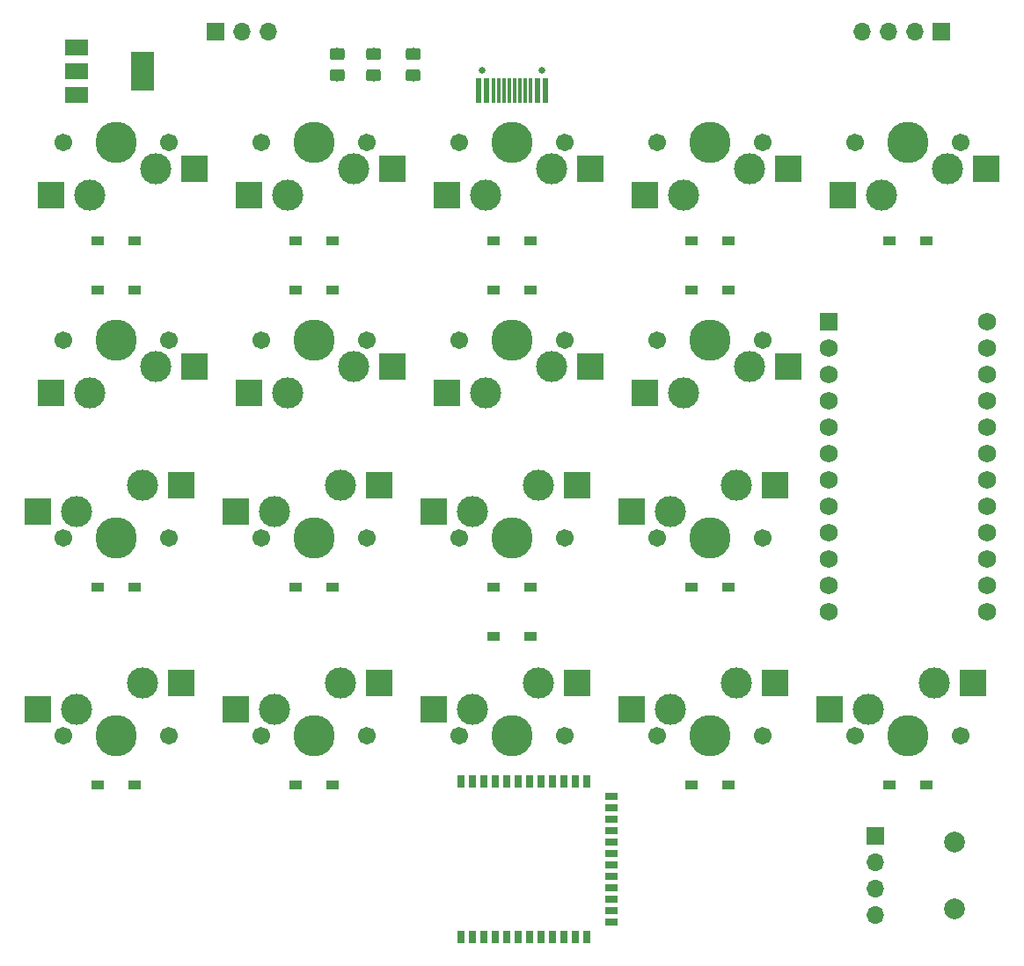
<source format=gbr>
G04 #@! TF.GenerationSoftware,KiCad,Pcbnew,(5.1.2)-2*
G04 #@! TF.CreationDate,2019-12-29T19:31:18+08:00*
G04 #@! TF.ProjectId,redox-receiver,7265646f-782d-4726-9563-65697665722e,rev?*
G04 #@! TF.SameCoordinates,Original*
G04 #@! TF.FileFunction,Soldermask,Bot*
G04 #@! TF.FilePolarity,Negative*
%FSLAX46Y46*%
G04 Gerber Fmt 4.6, Leading zero omitted, Abs format (unit mm)*
G04 Created by KiCad (PCBNEW (5.1.2)-2) date 2019-12-29 19:31:18*
%MOMM*%
%LPD*%
G04 APERTURE LIST*
%ADD10C,2.000000*%
%ADD11R,0.698500X1.198880*%
%ADD12R,1.198880X0.698500*%
%ADD13C,1.752600*%
%ADD14R,1.752600X1.752600*%
%ADD15R,0.600000X2.450000*%
%ADD16R,0.300000X2.450000*%
%ADD17C,0.650000*%
%ADD18R,2.200000X3.800000*%
%ADD19R,2.200000X1.500000*%
%ADD20O,1.700000X1.700000*%
%ADD21R,1.700000X1.700000*%
%ADD22C,0.100000*%
%ADD23C,1.150000*%
%ADD24R,2.550000X2.500000*%
%ADD25C,1.701800*%
%ADD26C,3.987800*%
%ADD27C,3.000000*%
%ADD28R,1.300000X0.950000*%
G04 APERTURE END LIST*
D10*
X166370000Y-136450000D03*
X166370000Y-142950000D03*
D11*
X129900680Y-130613920D03*
X118902480Y-130613920D03*
D12*
X133350000Y-133164080D03*
X133350000Y-134263900D03*
X133350000Y-135363720D03*
X133350000Y-136463540D03*
X133350000Y-137563360D03*
X133350000Y-138660640D03*
X133350000Y-139760460D03*
X133350000Y-140860280D03*
X133350000Y-141960100D03*
X133350000Y-143059920D03*
X133350000Y-144159740D03*
D11*
X131000500Y-145610080D03*
X129900680Y-145610080D03*
X128800860Y-145610080D03*
X127701040Y-145610080D03*
X126601220Y-145610080D03*
X125501400Y-145610080D03*
X122201940Y-145610080D03*
X121102120Y-145610080D03*
X120002300Y-145610080D03*
X118902480Y-145610080D03*
X120002300Y-130613920D03*
X121102120Y-130613920D03*
X122201940Y-130613920D03*
X123301760Y-130613920D03*
X124401580Y-130613920D03*
X125501400Y-130613920D03*
X126601220Y-130613920D03*
X127701040Y-130613920D03*
X128800860Y-130613920D03*
D12*
X133350000Y-132064260D03*
D11*
X123301760Y-145610080D03*
X124401580Y-145610080D03*
X131000500Y-130613920D03*
D13*
X169545000Y-86360000D03*
X154305000Y-114300000D03*
X169545000Y-88900000D03*
X169545000Y-91440000D03*
X169545000Y-93980000D03*
X169545000Y-96520000D03*
X169545000Y-99060000D03*
X169545000Y-101600000D03*
X169545000Y-104140000D03*
X169545000Y-106680000D03*
X169545000Y-109220000D03*
X169545000Y-111760000D03*
X169545000Y-114300000D03*
X154305000Y-111760000D03*
X154305000Y-109220000D03*
X154305000Y-106680000D03*
X154305000Y-104140000D03*
X154305000Y-101600000D03*
X154305000Y-99060000D03*
X154305000Y-96520000D03*
X154305000Y-93980000D03*
X154305000Y-91440000D03*
X154305000Y-88900000D03*
D14*
X154305000Y-86360000D03*
D15*
X127050000Y-64075000D03*
X120600000Y-64075000D03*
X126275000Y-64075000D03*
X121375000Y-64075000D03*
D16*
X122075000Y-64075000D03*
X125575000Y-64075000D03*
X122575000Y-64075000D03*
X125075000Y-64075000D03*
X123075000Y-64075000D03*
X124575000Y-64075000D03*
X124075000Y-64075000D03*
X123575000Y-64075000D03*
D17*
X126715000Y-62130000D03*
X120935000Y-62130000D03*
D18*
X88240000Y-62230000D03*
D19*
X81940000Y-64530000D03*
X81940000Y-62230000D03*
X81940000Y-59930000D03*
D20*
X100330000Y-58420000D03*
X97790000Y-58420000D03*
D21*
X95250000Y-58420000D03*
D22*
G36*
X107472505Y-62046204D02*
G01*
X107496773Y-62049804D01*
X107520572Y-62055765D01*
X107543671Y-62064030D01*
X107565850Y-62074520D01*
X107586893Y-62087132D01*
X107606599Y-62101747D01*
X107624777Y-62118223D01*
X107641253Y-62136401D01*
X107655868Y-62156107D01*
X107668480Y-62177150D01*
X107678970Y-62199329D01*
X107687235Y-62222428D01*
X107693196Y-62246227D01*
X107696796Y-62270495D01*
X107698000Y-62294999D01*
X107698000Y-62945001D01*
X107696796Y-62969505D01*
X107693196Y-62993773D01*
X107687235Y-63017572D01*
X107678970Y-63040671D01*
X107668480Y-63062850D01*
X107655868Y-63083893D01*
X107641253Y-63103599D01*
X107624777Y-63121777D01*
X107606599Y-63138253D01*
X107586893Y-63152868D01*
X107565850Y-63165480D01*
X107543671Y-63175970D01*
X107520572Y-63184235D01*
X107496773Y-63190196D01*
X107472505Y-63193796D01*
X107448001Y-63195000D01*
X106547999Y-63195000D01*
X106523495Y-63193796D01*
X106499227Y-63190196D01*
X106475428Y-63184235D01*
X106452329Y-63175970D01*
X106430150Y-63165480D01*
X106409107Y-63152868D01*
X106389401Y-63138253D01*
X106371223Y-63121777D01*
X106354747Y-63103599D01*
X106340132Y-63083893D01*
X106327520Y-63062850D01*
X106317030Y-63040671D01*
X106308765Y-63017572D01*
X106302804Y-62993773D01*
X106299204Y-62969505D01*
X106298000Y-62945001D01*
X106298000Y-62294999D01*
X106299204Y-62270495D01*
X106302804Y-62246227D01*
X106308765Y-62222428D01*
X106317030Y-62199329D01*
X106327520Y-62177150D01*
X106340132Y-62156107D01*
X106354747Y-62136401D01*
X106371223Y-62118223D01*
X106389401Y-62101747D01*
X106409107Y-62087132D01*
X106430150Y-62074520D01*
X106452329Y-62064030D01*
X106475428Y-62055765D01*
X106499227Y-62049804D01*
X106523495Y-62046204D01*
X106547999Y-62045000D01*
X107448001Y-62045000D01*
X107472505Y-62046204D01*
X107472505Y-62046204D01*
G37*
D23*
X106998000Y-62620000D03*
D22*
G36*
X107472505Y-59996204D02*
G01*
X107496773Y-59999804D01*
X107520572Y-60005765D01*
X107543671Y-60014030D01*
X107565850Y-60024520D01*
X107586893Y-60037132D01*
X107606599Y-60051747D01*
X107624777Y-60068223D01*
X107641253Y-60086401D01*
X107655868Y-60106107D01*
X107668480Y-60127150D01*
X107678970Y-60149329D01*
X107687235Y-60172428D01*
X107693196Y-60196227D01*
X107696796Y-60220495D01*
X107698000Y-60244999D01*
X107698000Y-60895001D01*
X107696796Y-60919505D01*
X107693196Y-60943773D01*
X107687235Y-60967572D01*
X107678970Y-60990671D01*
X107668480Y-61012850D01*
X107655868Y-61033893D01*
X107641253Y-61053599D01*
X107624777Y-61071777D01*
X107606599Y-61088253D01*
X107586893Y-61102868D01*
X107565850Y-61115480D01*
X107543671Y-61125970D01*
X107520572Y-61134235D01*
X107496773Y-61140196D01*
X107472505Y-61143796D01*
X107448001Y-61145000D01*
X106547999Y-61145000D01*
X106523495Y-61143796D01*
X106499227Y-61140196D01*
X106475428Y-61134235D01*
X106452329Y-61125970D01*
X106430150Y-61115480D01*
X106409107Y-61102868D01*
X106389401Y-61088253D01*
X106371223Y-61071777D01*
X106354747Y-61053599D01*
X106340132Y-61033893D01*
X106327520Y-61012850D01*
X106317030Y-60990671D01*
X106308765Y-60967572D01*
X106302804Y-60943773D01*
X106299204Y-60919505D01*
X106298000Y-60895001D01*
X106298000Y-60244999D01*
X106299204Y-60220495D01*
X106302804Y-60196227D01*
X106308765Y-60172428D01*
X106317030Y-60149329D01*
X106327520Y-60127150D01*
X106340132Y-60106107D01*
X106354747Y-60086401D01*
X106371223Y-60068223D01*
X106389401Y-60051747D01*
X106409107Y-60037132D01*
X106430150Y-60024520D01*
X106452329Y-60014030D01*
X106475428Y-60005765D01*
X106499227Y-59999804D01*
X106523495Y-59996204D01*
X106547999Y-59995000D01*
X107448001Y-59995000D01*
X107472505Y-59996204D01*
X107472505Y-59996204D01*
G37*
D23*
X106998000Y-60570000D03*
D22*
G36*
X110964505Y-62046204D02*
G01*
X110988773Y-62049804D01*
X111012572Y-62055765D01*
X111035671Y-62064030D01*
X111057850Y-62074520D01*
X111078893Y-62087132D01*
X111098599Y-62101747D01*
X111116777Y-62118223D01*
X111133253Y-62136401D01*
X111147868Y-62156107D01*
X111160480Y-62177150D01*
X111170970Y-62199329D01*
X111179235Y-62222428D01*
X111185196Y-62246227D01*
X111188796Y-62270495D01*
X111190000Y-62294999D01*
X111190000Y-62945001D01*
X111188796Y-62969505D01*
X111185196Y-62993773D01*
X111179235Y-63017572D01*
X111170970Y-63040671D01*
X111160480Y-63062850D01*
X111147868Y-63083893D01*
X111133253Y-63103599D01*
X111116777Y-63121777D01*
X111098599Y-63138253D01*
X111078893Y-63152868D01*
X111057850Y-63165480D01*
X111035671Y-63175970D01*
X111012572Y-63184235D01*
X110988773Y-63190196D01*
X110964505Y-63193796D01*
X110940001Y-63195000D01*
X110039999Y-63195000D01*
X110015495Y-63193796D01*
X109991227Y-63190196D01*
X109967428Y-63184235D01*
X109944329Y-63175970D01*
X109922150Y-63165480D01*
X109901107Y-63152868D01*
X109881401Y-63138253D01*
X109863223Y-63121777D01*
X109846747Y-63103599D01*
X109832132Y-63083893D01*
X109819520Y-63062850D01*
X109809030Y-63040671D01*
X109800765Y-63017572D01*
X109794804Y-62993773D01*
X109791204Y-62969505D01*
X109790000Y-62945001D01*
X109790000Y-62294999D01*
X109791204Y-62270495D01*
X109794804Y-62246227D01*
X109800765Y-62222428D01*
X109809030Y-62199329D01*
X109819520Y-62177150D01*
X109832132Y-62156107D01*
X109846747Y-62136401D01*
X109863223Y-62118223D01*
X109881401Y-62101747D01*
X109901107Y-62087132D01*
X109922150Y-62074520D01*
X109944329Y-62064030D01*
X109967428Y-62055765D01*
X109991227Y-62049804D01*
X110015495Y-62046204D01*
X110039999Y-62045000D01*
X110940001Y-62045000D01*
X110964505Y-62046204D01*
X110964505Y-62046204D01*
G37*
D23*
X110490000Y-62620000D03*
D22*
G36*
X110964505Y-59996204D02*
G01*
X110988773Y-59999804D01*
X111012572Y-60005765D01*
X111035671Y-60014030D01*
X111057850Y-60024520D01*
X111078893Y-60037132D01*
X111098599Y-60051747D01*
X111116777Y-60068223D01*
X111133253Y-60086401D01*
X111147868Y-60106107D01*
X111160480Y-60127150D01*
X111170970Y-60149329D01*
X111179235Y-60172428D01*
X111185196Y-60196227D01*
X111188796Y-60220495D01*
X111190000Y-60244999D01*
X111190000Y-60895001D01*
X111188796Y-60919505D01*
X111185196Y-60943773D01*
X111179235Y-60967572D01*
X111170970Y-60990671D01*
X111160480Y-61012850D01*
X111147868Y-61033893D01*
X111133253Y-61053599D01*
X111116777Y-61071777D01*
X111098599Y-61088253D01*
X111078893Y-61102868D01*
X111057850Y-61115480D01*
X111035671Y-61125970D01*
X111012572Y-61134235D01*
X110988773Y-61140196D01*
X110964505Y-61143796D01*
X110940001Y-61145000D01*
X110039999Y-61145000D01*
X110015495Y-61143796D01*
X109991227Y-61140196D01*
X109967428Y-61134235D01*
X109944329Y-61125970D01*
X109922150Y-61115480D01*
X109901107Y-61102868D01*
X109881401Y-61088253D01*
X109863223Y-61071777D01*
X109846747Y-61053599D01*
X109832132Y-61033893D01*
X109819520Y-61012850D01*
X109809030Y-60990671D01*
X109800765Y-60967572D01*
X109794804Y-60943773D01*
X109791204Y-60919505D01*
X109790000Y-60895001D01*
X109790000Y-60244999D01*
X109791204Y-60220495D01*
X109794804Y-60196227D01*
X109800765Y-60172428D01*
X109809030Y-60149329D01*
X109819520Y-60127150D01*
X109832132Y-60106107D01*
X109846747Y-60086401D01*
X109863223Y-60068223D01*
X109881401Y-60051747D01*
X109901107Y-60037132D01*
X109922150Y-60024520D01*
X109944329Y-60014030D01*
X109967428Y-60005765D01*
X109991227Y-59999804D01*
X110015495Y-59996204D01*
X110039999Y-59995000D01*
X110940001Y-59995000D01*
X110964505Y-59996204D01*
X110964505Y-59996204D01*
G37*
D23*
X110490000Y-60570000D03*
D22*
G36*
X114774505Y-62046204D02*
G01*
X114798773Y-62049804D01*
X114822572Y-62055765D01*
X114845671Y-62064030D01*
X114867850Y-62074520D01*
X114888893Y-62087132D01*
X114908599Y-62101747D01*
X114926777Y-62118223D01*
X114943253Y-62136401D01*
X114957868Y-62156107D01*
X114970480Y-62177150D01*
X114980970Y-62199329D01*
X114989235Y-62222428D01*
X114995196Y-62246227D01*
X114998796Y-62270495D01*
X115000000Y-62294999D01*
X115000000Y-62945001D01*
X114998796Y-62969505D01*
X114995196Y-62993773D01*
X114989235Y-63017572D01*
X114980970Y-63040671D01*
X114970480Y-63062850D01*
X114957868Y-63083893D01*
X114943253Y-63103599D01*
X114926777Y-63121777D01*
X114908599Y-63138253D01*
X114888893Y-63152868D01*
X114867850Y-63165480D01*
X114845671Y-63175970D01*
X114822572Y-63184235D01*
X114798773Y-63190196D01*
X114774505Y-63193796D01*
X114750001Y-63195000D01*
X113849999Y-63195000D01*
X113825495Y-63193796D01*
X113801227Y-63190196D01*
X113777428Y-63184235D01*
X113754329Y-63175970D01*
X113732150Y-63165480D01*
X113711107Y-63152868D01*
X113691401Y-63138253D01*
X113673223Y-63121777D01*
X113656747Y-63103599D01*
X113642132Y-63083893D01*
X113629520Y-63062850D01*
X113619030Y-63040671D01*
X113610765Y-63017572D01*
X113604804Y-62993773D01*
X113601204Y-62969505D01*
X113600000Y-62945001D01*
X113600000Y-62294999D01*
X113601204Y-62270495D01*
X113604804Y-62246227D01*
X113610765Y-62222428D01*
X113619030Y-62199329D01*
X113629520Y-62177150D01*
X113642132Y-62156107D01*
X113656747Y-62136401D01*
X113673223Y-62118223D01*
X113691401Y-62101747D01*
X113711107Y-62087132D01*
X113732150Y-62074520D01*
X113754329Y-62064030D01*
X113777428Y-62055765D01*
X113801227Y-62049804D01*
X113825495Y-62046204D01*
X113849999Y-62045000D01*
X114750001Y-62045000D01*
X114774505Y-62046204D01*
X114774505Y-62046204D01*
G37*
D23*
X114300000Y-62620000D03*
D22*
G36*
X114774505Y-59996204D02*
G01*
X114798773Y-59999804D01*
X114822572Y-60005765D01*
X114845671Y-60014030D01*
X114867850Y-60024520D01*
X114888893Y-60037132D01*
X114908599Y-60051747D01*
X114926777Y-60068223D01*
X114943253Y-60086401D01*
X114957868Y-60106107D01*
X114970480Y-60127150D01*
X114980970Y-60149329D01*
X114989235Y-60172428D01*
X114995196Y-60196227D01*
X114998796Y-60220495D01*
X115000000Y-60244999D01*
X115000000Y-60895001D01*
X114998796Y-60919505D01*
X114995196Y-60943773D01*
X114989235Y-60967572D01*
X114980970Y-60990671D01*
X114970480Y-61012850D01*
X114957868Y-61033893D01*
X114943253Y-61053599D01*
X114926777Y-61071777D01*
X114908599Y-61088253D01*
X114888893Y-61102868D01*
X114867850Y-61115480D01*
X114845671Y-61125970D01*
X114822572Y-61134235D01*
X114798773Y-61140196D01*
X114774505Y-61143796D01*
X114750001Y-61145000D01*
X113849999Y-61145000D01*
X113825495Y-61143796D01*
X113801227Y-61140196D01*
X113777428Y-61134235D01*
X113754329Y-61125970D01*
X113732150Y-61115480D01*
X113711107Y-61102868D01*
X113691401Y-61088253D01*
X113673223Y-61071777D01*
X113656747Y-61053599D01*
X113642132Y-61033893D01*
X113629520Y-61012850D01*
X113619030Y-60990671D01*
X113610765Y-60967572D01*
X113604804Y-60943773D01*
X113601204Y-60919505D01*
X113600000Y-60895001D01*
X113600000Y-60244999D01*
X113601204Y-60220495D01*
X113604804Y-60196227D01*
X113610765Y-60172428D01*
X113619030Y-60149329D01*
X113629520Y-60127150D01*
X113642132Y-60106107D01*
X113656747Y-60086401D01*
X113673223Y-60068223D01*
X113691401Y-60051747D01*
X113711107Y-60037132D01*
X113732150Y-60024520D01*
X113754329Y-60014030D01*
X113777428Y-60005765D01*
X113801227Y-59999804D01*
X113825495Y-59996204D01*
X113849999Y-59995000D01*
X114750001Y-59995000D01*
X114774505Y-59996204D01*
X114774505Y-59996204D01*
G37*
D23*
X114300000Y-60570000D03*
D20*
X158750000Y-143510000D03*
X158750000Y-140970000D03*
X158750000Y-138430000D03*
D21*
X158750000Y-135890000D03*
D24*
X154365000Y-123666000D03*
D25*
X156845000Y-126206000D03*
X167005000Y-126206000D03*
D26*
X161925000Y-126206000D03*
D27*
X158115000Y-123666000D03*
X164465000Y-121126000D03*
D24*
X168215000Y-121126000D03*
X135315000Y-123666000D03*
D25*
X137795000Y-126206000D03*
X147955000Y-126206000D03*
D26*
X142875000Y-126206000D03*
D27*
X139065000Y-123666000D03*
X145415000Y-121126000D03*
D24*
X149165000Y-121126000D03*
X116265000Y-123666000D03*
D25*
X118745000Y-126206000D03*
X128905000Y-126206000D03*
D26*
X123825000Y-126206000D03*
D27*
X120015000Y-123666000D03*
X126365000Y-121126000D03*
D24*
X130115000Y-121126000D03*
X97215000Y-123666000D03*
D25*
X99695000Y-126206000D03*
X109855000Y-126206000D03*
D26*
X104775000Y-126206000D03*
D27*
X100965000Y-123666000D03*
X107315000Y-121126000D03*
D24*
X111065000Y-121126000D03*
X78165000Y-123666000D03*
D25*
X80645000Y-126206000D03*
X90805000Y-126206000D03*
D26*
X85725000Y-126206000D03*
D27*
X81915000Y-123666000D03*
X88265000Y-121126000D03*
D24*
X92015000Y-121126000D03*
X135315000Y-104616000D03*
D25*
X137795000Y-107156000D03*
X147955000Y-107156000D03*
D26*
X142875000Y-107156000D03*
D27*
X139065000Y-104616000D03*
X145415000Y-102076000D03*
D24*
X149165000Y-102076000D03*
X116265000Y-104616000D03*
D25*
X118745000Y-107156000D03*
X128905000Y-107156000D03*
D26*
X123825000Y-107156000D03*
D27*
X120015000Y-104616000D03*
X126365000Y-102076000D03*
D24*
X130115000Y-102076000D03*
X97215000Y-104616000D03*
D25*
X99695000Y-107156000D03*
X109855000Y-107156000D03*
D26*
X104775000Y-107156000D03*
D27*
X100965000Y-104616000D03*
X107315000Y-102076000D03*
D24*
X111065000Y-102076000D03*
X78165000Y-104616000D03*
D25*
X80645000Y-107156000D03*
X90805000Y-107156000D03*
D26*
X85725000Y-107156000D03*
D27*
X81915000Y-104616000D03*
X88265000Y-102076000D03*
D24*
X92015000Y-102076000D03*
X150435000Y-90646200D03*
D25*
X147955000Y-88106200D03*
X137795000Y-88106200D03*
D26*
X142875000Y-88106200D03*
D27*
X146685000Y-90646200D03*
X140335000Y-93186200D03*
D24*
X136585000Y-93186200D03*
X131385000Y-90646200D03*
D25*
X128905000Y-88106200D03*
X118745000Y-88106200D03*
D26*
X123825000Y-88106200D03*
D27*
X127635000Y-90646200D03*
X121285000Y-93186200D03*
D24*
X117535000Y-93186200D03*
X112335000Y-90646200D03*
D25*
X109855000Y-88106200D03*
X99695000Y-88106200D03*
D26*
X104775000Y-88106200D03*
D27*
X108585000Y-90646200D03*
X102235000Y-93186200D03*
D24*
X98485000Y-93186200D03*
X93285000Y-90646200D03*
D25*
X90805000Y-88106200D03*
X80645000Y-88106200D03*
D26*
X85725000Y-88106200D03*
D27*
X89535000Y-90646200D03*
X83185000Y-93186200D03*
D24*
X79435000Y-93186200D03*
X169485000Y-71596200D03*
D25*
X167005000Y-69056200D03*
X156845000Y-69056200D03*
D26*
X161925000Y-69056200D03*
D27*
X165735000Y-71596200D03*
X159385000Y-74136200D03*
D24*
X155635000Y-74136200D03*
X150435000Y-71596200D03*
D25*
X147955000Y-69056200D03*
X137795000Y-69056200D03*
D26*
X142875000Y-69056200D03*
D27*
X146685000Y-71596200D03*
X140335000Y-74136200D03*
D24*
X136585000Y-74136200D03*
X131385000Y-71596200D03*
D25*
X128905000Y-69056200D03*
X118745000Y-69056200D03*
D26*
X123825000Y-69056200D03*
D27*
X127635000Y-71596200D03*
X121285000Y-74136200D03*
D24*
X117535000Y-74136200D03*
X112335000Y-71596200D03*
D25*
X109855000Y-69056200D03*
X99695000Y-69056200D03*
D26*
X104775000Y-69056200D03*
D27*
X108585000Y-71596200D03*
X102235000Y-74136200D03*
D24*
X98485000Y-74136200D03*
X93285000Y-71596200D03*
D25*
X90805000Y-69056200D03*
X80645000Y-69056200D03*
D26*
X85725000Y-69056200D03*
D27*
X89535000Y-71596200D03*
X83185000Y-74136200D03*
D24*
X79435000Y-74136200D03*
D28*
X160150000Y-130969000D03*
X163700000Y-130969000D03*
X141100000Y-130969000D03*
X144650000Y-130969000D03*
X122050000Y-116681000D03*
X125600000Y-116681000D03*
X103000000Y-130969000D03*
X106550000Y-130969000D03*
X83950000Y-130969000D03*
X87500000Y-130969000D03*
X141100000Y-111919000D03*
X144650000Y-111919000D03*
X122017000Y-111919000D03*
X125567000Y-111919000D03*
X103000000Y-111919000D03*
X106550000Y-111919000D03*
X83950000Y-111919000D03*
X87500000Y-111919000D03*
X141100000Y-83343800D03*
X144650000Y-83343800D03*
X122050000Y-83343800D03*
X125600000Y-83343800D03*
X103000000Y-83343800D03*
X106550000Y-83343800D03*
X83950000Y-83343800D03*
X87500000Y-83343800D03*
X160150000Y-78581200D03*
X163700000Y-78581200D03*
X141100000Y-78581200D03*
X144650000Y-78581200D03*
X122050000Y-78581200D03*
X125600000Y-78581200D03*
X103000000Y-78581200D03*
X106550000Y-78581200D03*
X83950000Y-78581200D03*
X87500000Y-78581200D03*
D20*
X157480000Y-58420000D03*
X160020000Y-58420000D03*
X162560000Y-58420000D03*
D21*
X165100000Y-58420000D03*
M02*

</source>
